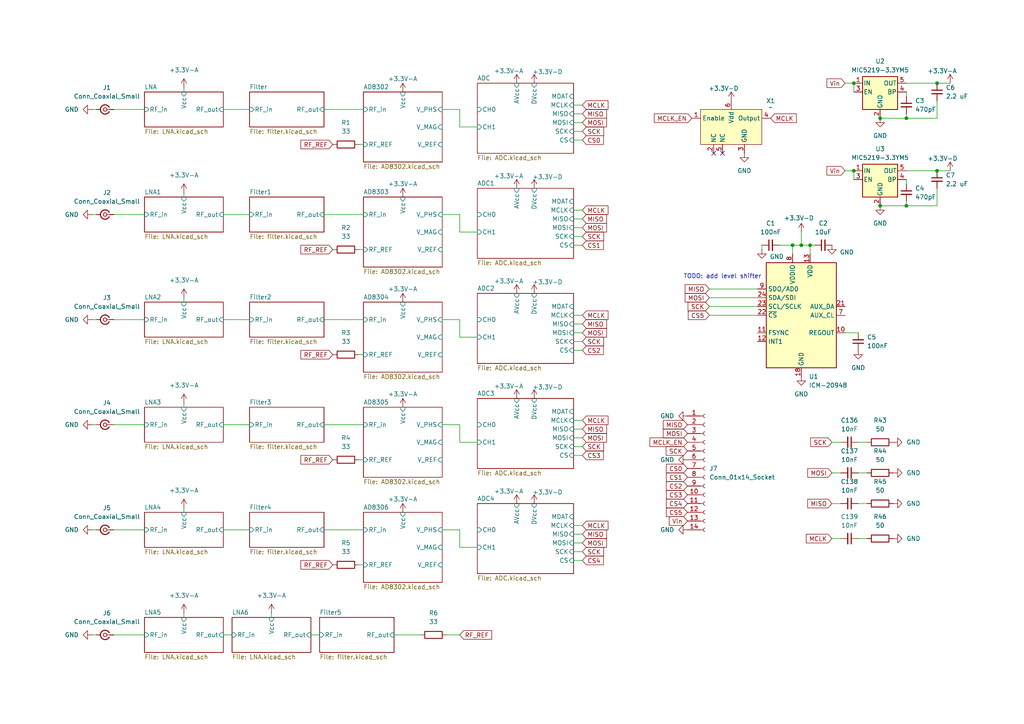
<source format=kicad_sch>
(kicad_sch (version 20231120) (generator "eeschema") (generator_version "8.0")
  (paper "A4")
  (lib_symbols
    (symbol "Connector:Conn_01x14_Socket" (pin_names (offset 1.016) hide)
      (property "Reference" "J" (at 0 17.78 0))
      (property "Value" "Conn_01x14_Socket" (at 0 -20.32 0))
      (symbol "Conn_01x14_Socket_1_1"
        (pin passive line (at -5.08 15.24 0) (length 3.81) (name "Pin_1") (number "1"))
        (pin passive line (at -5.08 -7.62 0) (length 3.81) (name "Pin_10") (number "10"))
        (pin passive line (at -5.08 -10.16 0) (length 3.81) (name "Pin_11") (number "11"))
        (pin passive line (at -5.08 -12.7 0) (length 3.81) (name "Pin_12") (number "12"))
        (pin passive line (at -5.08 -15.24 0) (length 3.81) (name "Pin_13") (number "13"))
        (pin passive line (at -5.08 -17.78 0) (length 3.81) (name "Pin_14") (number "14"))
        (pin passive line (at -5.08 12.7 0) (length 3.81) (name "Pin_2") (number "2"))
        (pin passive line (at -5.08 10.16 0) (length 3.81) (name "Pin_3") (number "3"))
        (pin passive line (at -5.08 7.62 0) (length 3.81) (name "Pin_4") (number "4"))
        (pin passive line (at -5.08 5.08 0) (length 3.81) (name "Pin_5") (number "5"))
        (pin passive line (at -5.08 2.54 0) (length 3.81) (name "Pin_6") (number "6"))
        (pin passive line (at -5.08 0 0) (length 3.81) (name "Pin_7") (number "7"))
        (pin passive line (at -5.08 -2.54 0) (length 3.81) (name "Pin_8") (number "8"))
        (pin passive line (at -5.08 -5.08 0) (length 3.81) (name "Pin_9") (number "9"))
      )
    )
    (symbol "Connector:Conn_Coaxial_Small" (pin_numbers hide) (pin_names (offset 1.016) hide)
      (property "Reference" "J" (at 0.254 3.048 0))
      (property "Value" "Conn_Coaxial_Small" (at 0 -3.81 0))
      (symbol "Conn_Coaxial_Small_1_1"
        (pin passive line (at -2.54 0 0) (length 1.27) (name "In") (number "1"))
        (pin passive line (at 2.54 0 180) (length 1.27) (name "Ext") (number "2"))
      )
    )
    (symbol "Device:C_Small" (pin_numbers hide) (pin_names (offset 0.254) hide)
      (property "Reference" "C" (at 0.254 1.778 0))
      (property "Value" "C_Small" (at 0.254 -2.032 0))
      (symbol "C_Small_1_1"
        (pin passive line (at 0 2.54 270) (length 2.032) (name "~") (number "1"))
        (pin passive line (at 0 -2.54 90) (length 2.032) (name "~") (number "2"))
      )
    )
    (symbol "Device:R" (pin_numbers hide) (pin_names (offset 0))
      (property "Reference" "R" (at 2.032 0 90))
      (property "Value" "R" (at 0 0 90))
      (symbol "R_1_1"
        (pin passive line (at 0 3.81 270) (length 1.27) (name "~") (number "1"))
        (pin passive line (at 0 -3.81 90) (length 1.27) (name "~") (number "2"))
      )
    )
    (symbol "Regulator_Linear:MIC5219-3.3YM5" (pin_names (offset 0.254))
      (property "Reference" "U" (at -3.81 5.715 0))
      (property "Value" "MIC5219-3.3YM5" (at 0 5.715 0))
      (symbol "MIC5219-3.3YM5_1_1"
        (pin power_in line (at -7.62 2.54 0) (length 2.54) (name "IN") (number "1"))
        (pin power_in line (at 0 -7.62 90) (length 2.54) (name "GND") (number "2"))
        (pin input line (at -7.62 0 0) (length 2.54) (name "EN") (number "3"))
        (pin input line (at 7.62 0 180) (length 2.54) (name "BP") (number "4"))
        (pin power_out line (at 7.62 2.54 180) (length 2.54) (name "OUT") (number "5"))
      )
    )
    (symbol "Sensor_Motion:ICM-20948"
      (property "Reference" "U" (at -11.43 16.51 0))
      (property "Value" "ICM-20948" (at 7.62 -16.51 0))
      (symbol "ICM-20948_1_1"
        (pin no_connect line (at -10.16 12.7 0) (length 2.54) hide (name "NC") (number "1"))
        (pin passive line (at 12.7 -5.08 180) (length 2.54) (name "REGOUT") (number "10"))
        (pin input line (at -12.7 -5.08 0) (length 2.54) (name "FSYNC") (number "11"))
        (pin output line (at -12.7 -7.62 0) (length 2.54) (name "INT1") (number "12"))
        (pin power_in line (at 2.54 17.78 270) (length 2.54) (name "VDD") (number "13"))
        (pin no_connect line (at 10.16 7.62 180) (length 2.54) hide (name "NC") (number "14"))
        (pin no_connect line (at 10.16 5.08 180) (length 2.54) hide (name "NC") (number "15"))
        (pin no_connect line (at 10.16 -7.62 180) (length 2.54) hide (name "NC") (number "16"))
        (pin no_connect line (at 10.16 -10.16 180) (length 2.54) hide (name "NC") (number "17"))
        (pin power_in line (at 0 -17.78 90) (length 2.54) (name "GND") (number "18"))
        (pin no_connect line (at 10.16 -12.7 180) (length 2.54) hide (name "RESV") (number "19"))
        (pin no_connect line (at -10.16 10.16 0) (length 2.54) hide (name "NC") (number "2"))
        (pin passive line (at 0 -17.78 90) (length 2.54) hide (name "GND") (number "20"))
        (pin bidirectional line (at 12.7 2.54 180) (length 2.54) (name "AUX_DA") (number "21"))
        (pin input line (at -12.7 0 0) (length 2.54) (name "~{CS}") (number "22"))
        (pin input line (at -12.7 2.54 0) (length 2.54) (name "SCL/SCLK") (number "23"))
        (pin bidirectional line (at -12.7 5.08 0) (length 2.54) (name "SDA/SDI") (number "24"))
        (pin no_connect line (at -10.16 -2.54 0) (length 2.54) hide (name "NC") (number "3"))
        (pin no_connect line (at -10.16 -10.16 0) (length 2.54) hide (name "NC") (number "4"))
        (pin no_connect line (at -10.16 -12.7 0) (length 2.54) hide (name "NC") (number "5"))
        (pin no_connect line (at 10.16 10.16 180) (length 2.54) hide (name "NC") (number "6"))
        (pin output line (at 12.7 0 180) (length 2.54) (name "AUX_CL") (number "7"))
        (pin power_in line (at -2.54 17.78 270) (length 2.54) (name "VDDIO") (number "8"))
        (pin bidirectional line (at -12.7 7.62 0) (length 2.54) (name "SDO/AD0") (number "9"))
      )
    )
    (symbol "phase-detector:DSC1121"
      (property "Reference" "X" (at -6.858 6.096 0))
      (symbol "DSC1121_1_1"
        (pin input line (at -11.43 2.54 0) (length 2.54) (name "Enable") (number "1"))
        (pin input line (at -5.08 -7.62 90) (length 2.54) (name "NC") (number "2"))
        (pin input line (at 3.81 -7.62 90) (length 2.54) (name "GND") (number "3"))
        (pin input line (at 11.43 2.54 180) (length 2.54) (name "Output") (number "4"))
        (pin input line (at -2.54 -7.62 90) (length 2.54) (name "NC") (number "5"))
        (pin input line (at 0 7.62 270) (length 2.54) (name "Vdd") (number "6"))
      )
    )
    (symbol "power:+3.3V" (power) (pin_numbers hide) (pin_names (offset 0) hide)
      (property "Value" "+3.3V" (at 0 3.556 0))
      (symbol "+3.3V_1_1"
        (pin power_in line (at 0 0 90) (length 0) (name "~") (number "1"))
      )
    )
    (symbol "power:GND" (power) (pin_numbers hide) (pin_names (offset 0) hide)
      (property "Value" "GND" (at 0 -3.81 0))
      (symbol "GND_1_1"
        (pin power_in line (at 0 0 270) (length 0) (name "~") (number "1"))
      )
    )
  )
  (junction (at 247.65 49.53))
  (junction (at 262.89 59.69))
  (junction (at 271.78 49.53))
  (junction (at 262.89 34.29))
  (junction (at 232.41 71.12))
  (junction (at 247.65 24.13))
  (junction (at 234.95 71.12))
  (junction (at 255.27 34.29))
  (junction (at 229.87 71.12))
  (junction (at 255.27 59.69))
  (junction (at 271.78 24.13))
  (no_connect (at 207.01 44.45))
  (no_connect (at 209.55 44.45))
  (wire (pts (xy 64.77 184.15) (xy 67.31 184.15)))
  (wire (pts (xy 33.02 153.67) (xy 41.91 153.67)))
  (wire (pts (xy 64.77 31.75) (xy 72.39 31.75)))
  (wire (pts (xy 93.98 153.67) (xy 105.41 153.67)))
  (wire (pts (xy 133.35 62.23) (xy 133.35 67.31)))
  (wire (pts (xy 248.92 96.52) (xy 245.11 96.52)))
  (wire (pts (xy 166.37 60.96) (xy 168.91 60.96)))
  (wire (pts (xy 93.98 92.71) (xy 105.41 92.71)))
  (wire (pts (xy 133.35 153.67) (xy 133.35 158.75)))
  (wire (pts (xy 166.37 152.4) (xy 168.91 152.4)))
  (wire (pts (xy 128.27 31.75) (xy 133.35 31.75)))
  (wire (pts (xy 133.35 128.27) (xy 138.43 128.27)))
  (wire (pts (xy 168.91 63.5) (xy 166.37 63.5)))
  (wire (pts (xy 27.94 62.23) (xy 26.67 62.23)))
  (wire (pts (xy 33.02 123.19) (xy 41.91 123.19)))
  (wire (pts (xy 33.02 184.15) (xy 41.91 184.15)))
  (wire (pts (xy 133.35 67.31) (xy 138.43 67.31)))
  (wire (pts (xy 168.91 40.64) (xy 166.37 40.64)))
  (wire (pts (xy 53.34 177.8) (xy 53.34 179.07)))
  (wire (pts (xy 168.91 96.52) (xy 166.37 96.52)))
  (wire (pts (xy 53.34 55.88) (xy 53.34 57.15)))
  (wire (pts (xy 168.91 154.94) (xy 166.37 154.94)))
  (wire (pts (xy 104.14 133.35) (xy 105.41 133.35)))
  (wire (pts (xy 166.37 101.6) (xy 168.91 101.6)))
  (wire (pts (xy 243.84 128.27) (xy 241.3 128.27)))
  (wire (pts (xy 205.74 86.36) (xy 219.71 86.36)))
  (wire (pts (xy 275.59 49.53) (xy 271.78 49.53)))
  (wire (pts (xy 262.89 49.53) (xy 271.78 49.53)))
  (wire (pts (xy 248.92 146.05) (xy 251.46 146.05)))
  (wire (pts (xy 255.27 34.29) (xy 262.89 34.29)))
  (wire (pts (xy 93.98 62.23) (xy 105.41 62.23)))
  (wire (pts (xy 93.98 123.19) (xy 105.41 123.19)))
  (wire (pts (xy 248.92 137.16) (xy 251.46 137.16)))
  (wire (pts (xy 243.84 137.16) (xy 241.3 137.16)))
  (wire (pts (xy 53.34 25.4) (xy 53.34 26.67)))
  (wire (pts (xy 271.78 54.61) (xy 271.78 59.69)))
  (wire (pts (xy 133.35 36.83) (xy 138.43 36.83)))
  (wire (pts (xy 243.84 156.21) (xy 241.3 156.21)))
  (wire (pts (xy 133.35 184.15) (xy 129.54 184.15)))
  (wire (pts (xy 168.91 38.1) (xy 166.37 38.1)))
  (wire (pts (xy 93.98 31.75) (xy 105.41 31.75)))
  (wire (pts (xy 168.91 129.54) (xy 166.37 129.54)))
  (wire (pts (xy 168.91 127) (xy 166.37 127)))
  (wire (pts (xy 53.34 86.36) (xy 53.34 87.63)))
  (wire (pts (xy 33.02 62.23) (xy 41.91 62.23)))
  (wire (pts (xy 128.27 92.71) (xy 133.35 92.71)))
  (wire (pts (xy 205.74 83.82) (xy 219.71 83.82)))
  (wire (pts (xy 27.94 123.19) (xy 26.67 123.19)))
  (wire (pts (xy 245.11 24.13) (xy 247.65 24.13)))
  (wire (pts (xy 33.02 92.71) (xy 41.91 92.71)))
  (wire (pts (xy 248.92 156.21) (xy 251.46 156.21)))
  (wire (pts (xy 245.11 49.53) (xy 247.65 49.53)))
  (wire (pts (xy 262.89 27.94) (xy 262.89 26.67)))
  (wire (pts (xy 53.34 116.84) (xy 53.34 118.11)))
  (wire (pts (xy 262.89 33.02) (xy 262.89 34.29)))
  (wire (pts (xy 271.78 29.21) (xy 271.78 34.29)))
  (wire (pts (xy 262.89 58.42) (xy 262.89 59.69)))
  (wire (pts (xy 168.91 93.98) (xy 166.37 93.98)))
  (wire (pts (xy 104.14 72.39) (xy 105.41 72.39)))
  (wire (pts (xy 168.91 99.06) (xy 166.37 99.06)))
  (wire (pts (xy 104.14 41.91) (xy 105.41 41.91)))
  (wire (pts (xy 166.37 30.48) (xy 168.91 30.48)))
  (wire (pts (xy 53.34 147.32) (xy 53.34 148.59)))
  (wire (pts (xy 168.91 157.48) (xy 166.37 157.48)))
  (wire (pts (xy 166.37 71.12) (xy 168.91 71.12)))
  (wire (pts (xy 243.84 146.05) (xy 241.3 146.05)))
  (wire (pts (xy 78.74 177.8) (xy 78.74 179.07)))
  (wire (pts (xy 128.27 153.67) (xy 133.35 153.67)))
  (wire (pts (xy 168.91 33.02) (xy 166.37 33.02)))
  (wire (pts (xy 271.78 34.29) (xy 262.89 34.29)))
  (wire (pts (xy 166.37 132.08) (xy 168.91 132.08)))
  (wire (pts (xy 168.91 66.04) (xy 166.37 66.04)))
  (wire (pts (xy 104.14 102.87) (xy 105.41 102.87)))
  (wire (pts (xy 64.77 153.67) (xy 72.39 153.67)))
  (wire (pts (xy 166.37 162.56) (xy 168.91 162.56)))
  (wire (pts (xy 168.91 160.02) (xy 166.37 160.02)))
  (wire (pts (xy 90.17 184.15) (xy 92.71 184.15)))
  (wire (pts (xy 27.94 184.15) (xy 26.67 184.15)))
  (wire (pts (xy 168.91 68.58) (xy 166.37 68.58)))
  (wire (pts (xy 248.92 128.27) (xy 251.46 128.27)))
  (wire (pts (xy 205.74 91.44) (xy 219.71 91.44)))
  (wire (pts (xy 104.14 163.83) (xy 105.41 163.83)))
  (wire (pts (xy 255.27 59.69) (xy 262.89 59.69)))
  (wire (pts (xy 168.91 35.56) (xy 166.37 35.56)))
  (wire (pts (xy 247.65 24.13) (xy 247.65 26.67)))
  (wire (pts (xy 33.02 31.75) (xy 41.91 31.75)))
  (wire (pts (xy 128.27 62.23) (xy 133.35 62.23)))
  (wire (pts (xy 166.37 91.44) (xy 168.91 91.44)))
  (wire (pts (xy 133.35 97.79) (xy 138.43 97.79)))
  (wire (pts (xy 229.87 71.12) (xy 229.87 73.66)))
  (wire (pts (xy 275.59 24.13) (xy 271.78 24.13)))
  (wire (pts (xy 27.94 31.75) (xy 26.67 31.75)))
  (wire (pts (xy 232.41 67.31) (xy 232.41 71.12)))
  (wire (pts (xy 271.78 59.69) (xy 262.89 59.69)))
  (wire (pts (xy 133.35 92.71) (xy 133.35 97.79)))
  (wire (pts (xy 121.92 184.15) (xy 114.3 184.15)))
  (wire (pts (xy 168.91 124.46) (xy 166.37 124.46)))
  (wire (pts (xy 64.77 62.23) (xy 72.39 62.23)))
  (wire (pts (xy 64.77 92.71) (xy 72.39 92.71)))
  (wire (pts (xy 205.74 88.9) (xy 219.71 88.9)))
  (wire (pts (xy 234.95 71.12) (xy 234.95 73.66)))
  (wire (pts (xy 133.35 123.19) (xy 133.35 128.27)))
  (wire (pts (xy 128.27 123.19) (xy 133.35 123.19)))
  (wire (pts (xy 236.22 71.12) (xy 234.95 71.12)))
  (wire (pts (xy 226.06 71.12) (xy 229.87 71.12)))
  (wire (pts (xy 229.87 71.12) (xy 232.41 71.12)))
  (wire (pts (xy 262.89 53.34) (xy 262.89 52.07)))
  (wire (pts (xy 247.65 49.53) (xy 247.65 52.07)))
  (wire (pts (xy 27.94 153.67) (xy 26.67 153.67)))
  (wire (pts (xy 133.35 31.75) (xy 133.35 36.83)))
  (wire (pts (xy 64.77 123.19) (xy 72.39 123.19)))
  (wire (pts (xy 166.37 121.92) (xy 168.91 121.92)))
  (wire (pts (xy 27.94 92.71) (xy 26.67 92.71)))
  (wire (pts (xy 262.89 24.13) (xy 271.78 24.13)))
  (wire (pts (xy 232.41 71.12) (xy 234.95 71.12)))
  (wire (pts (xy 133.35 158.75) (xy 138.43 158.75)))
  (wire (pts (xy 220.98 72.39) (xy 220.98 71.12)))
  (text "TODO: add level shifter\n" (at 209.55 80.264 0) (effects (font (size 1.27 1.27))))
  (global_label "MOSI" (shape input) (at 168.91 157.48 0) (property "Intersheetrefs" "${INTERSHEET_REFS}" (effects (hide yes))))
  (global_label "SCK" (shape input) (at 199.39 130.81 180) (property "Intersheetrefs" "${INTERSHEET_REFS}" (effects (hide yes))))
  (global_label "RF_REF" (shape input) (at 133.35 184.15 0) (property "Intersheetrefs" "${INTERSHEET_REFS}" (effects (hide yes))))
  (global_label "RF_REF" (shape input) (at 96.52 133.35 180) (property "Intersheetrefs" "${INTERSHEET_REFS}" (effects (hide yes))))
  (global_label "SCK" (shape input) (at 168.91 99.06 0) (property "Intersheetrefs" "${INTERSHEET_REFS}" (effects (hide yes))))
  (global_label "RF_REF" (shape input) (at 96.52 163.83 180) (property "Intersheetrefs" "${INTERSHEET_REFS}" (effects (hide yes))))
  (global_label "CS3" (shape input) (at 199.39 143.51 180) (property "Intersheetrefs" "${INTERSHEET_REFS}" (effects (hide yes))))
  (global_label "CS1" (shape input) (at 199.39 138.43 180) (property "Intersheetrefs" "${INTERSHEET_REFS}" (effects (hide yes))))
  (global_label "MOSI" (shape input) (at 199.39 125.73 180) (property "Intersheetrefs" "${INTERSHEET_REFS}" (effects (hide yes))))
  (global_label "SCK" (shape input) (at 168.91 38.1 0) (property "Intersheetrefs" "${INTERSHEET_REFS}" (effects (hide yes))))
  (global_label "MISO" (shape input) (at 168.91 154.94 0) (property "Intersheetrefs" "${INTERSHEET_REFS}" (effects (hide yes))))
  (global_label "RF_REF" (shape input) (at 96.52 72.39 180) (property "Intersheetrefs" "${INTERSHEET_REFS}" (effects (hide yes))))
  (global_label "MOSI" (shape input) (at 168.91 35.56 0) (property "Intersheetrefs" "${INTERSHEET_REFS}" (effects (hide yes))))
  (global_label "MISO" (shape input) (at 168.91 63.5 0) (property "Intersheetrefs" "${INTERSHEET_REFS}" (effects (hide yes))))
  (global_label "CS2" (shape input) (at 168.91 101.6 0) (property "Intersheetrefs" "${INTERSHEET_REFS}" (effects (hide yes))))
  (global_label "SCK" (shape input) (at 168.91 160.02 0) (property "Intersheetrefs" "${INTERSHEET_REFS}" (effects (hide yes))))
  (global_label "MOSI" (shape input) (at 168.91 96.52 0) (property "Intersheetrefs" "${INTERSHEET_REFS}" (effects (hide yes))))
  (global_label "MOSI" (shape input) (at 241.3 137.16 180) (property "Intersheetrefs" "${INTERSHEET_REFS}" (effects (hide yes))))
  (global_label "CS3" (shape input) (at 168.91 132.08 0) (property "Intersheetrefs" "${INTERSHEET_REFS}" (effects (hide yes))))
  (global_label "MCLK" (shape input) (at 168.91 152.4 0) (property "Intersheetrefs" "${INTERSHEET_REFS}" (effects (hide yes))))
  (global_label "MCLK_EN" (shape input) (at 200.66 34.29 180) (property "Intersheetrefs" "${INTERSHEET_REFS}" (effects (hide yes))))
  (global_label "CS0" (shape input) (at 168.91 40.64 0) (property "Intersheetrefs" "${INTERSHEET_REFS}" (effects (hide yes))))
  (global_label "CS1" (shape input) (at 168.91 71.12 0) (property "Intersheetrefs" "${INTERSHEET_REFS}" (effects (hide yes))))
  (global_label "RF_REF" (shape input) (at 96.52 41.91 180) (property "Intersheetrefs" "${INTERSHEET_REFS}" (effects (hide yes))))
  (global_label "MCLK" (shape input) (at 241.3 156.21 180) (property "Intersheetrefs" "${INTERSHEET_REFS}" (effects (hide yes))))
  (global_label "Vin" (shape input) (at 245.11 49.53 180) (property "Intersheetrefs" "${INTERSHEET_REFS}" (effects (hide yes))))
  (global_label "CS4" (shape input) (at 168.91 162.56 0) (property "Intersheetrefs" "${INTERSHEET_REFS}" (effects (hide yes))))
  (global_label "SCK" (shape input) (at 168.91 68.58 0) (property "Intersheetrefs" "${INTERSHEET_REFS}" (effects (hide yes))))
  (global_label "MCLK" (shape input) (at 168.91 91.44 0) (property "Intersheetrefs" "${INTERSHEET_REFS}" (effects (hide yes))))
  (global_label "MCLK_EN" (shape input) (at 199.39 128.27 180) (property "Intersheetrefs" "${INTERSHEET_REFS}" (effects (hide yes))))
  (global_label "MISO" (shape input) (at 205.74 83.82 180) (property "Intersheetrefs" "${INTERSHEET_REFS}" (effects (hide yes))))
  (global_label "SCK" (shape input) (at 205.74 88.9 180) (property "Intersheetrefs" "${INTERSHEET_REFS}" (effects (hide yes))))
  (global_label "MOSI" (shape input) (at 168.91 127 0) (property "Intersheetrefs" "${INTERSHEET_REFS}" (effects (hide yes))))
  (global_label "CS4" (shape input) (at 199.39 146.05 180) (property "Intersheetrefs" "${INTERSHEET_REFS}" (effects (hide yes))))
  (global_label "Vin" (shape input) (at 245.11 24.13 180) (property "Intersheetrefs" "${INTERSHEET_REFS}" (effects (hide yes))))
  (global_label "CS5" (shape input) (at 205.74 91.44 180) (property "Intersheetrefs" "${INTERSHEET_REFS}" (effects (hide yes))))
  (global_label "CS5" (shape input) (at 199.39 148.59 180) (property "Intersheetrefs" "${INTERSHEET_REFS}" (effects (hide yes))))
  (global_label "MCLK" (shape input) (at 168.91 30.48 0) (property "Intersheetrefs" "${INTERSHEET_REFS}" (effects (hide yes))))
  (global_label "CS0" (shape input) (at 199.39 135.89 180) (property "Intersheetrefs" "${INTERSHEET_REFS}" (effects (hide yes))))
  (global_label "MISO" (shape input) (at 168.91 93.98 0) (property "Intersheetrefs" "${INTERSHEET_REFS}" (effects (hide yes))))
  (global_label "CS2" (shape input) (at 199.39 140.97 180) (property "Intersheetrefs" "${INTERSHEET_REFS}" (effects (hide yes))))
  (global_label "MOSI" (shape input) (at 205.74 86.36 180) (property "Intersheetrefs" "${INTERSHEET_REFS}" (effects (hide yes))))
  (global_label "MISO" (shape input) (at 199.39 123.19 180) (property "Intersheetrefs" "${INTERSHEET_REFS}" (effects (hide yes))))
  (global_label "Vin" (shape input) (at 199.39 151.13 180) (property "Intersheetrefs" "${INTERSHEET_REFS}" (effects (hide yes))))
  (global_label "MISO" (shape input) (at 241.3 146.05 180) (property "Intersheetrefs" "${INTERSHEET_REFS}" (effects (hide yes))))
  (global_label "MCLK" (shape input) (at 168.91 60.96 0) (property "Intersheetrefs" "${INTERSHEET_REFS}" (effects (hide yes))))
  (global_label "MISO" (shape input) (at 168.91 124.46 0) (property "Intersheetrefs" "${INTERSHEET_REFS}" (effects (hide yes))))
  (global_label "MCLK" (shape input) (at 223.52 34.29 0) (property "Intersheetrefs" "${INTERSHEET_REFS}" (effects (hide yes))))
  (global_label "MISO" (shape input) (at 168.91 33.02 0) (property "Intersheetrefs" "${INTERSHEET_REFS}" (effects (hide yes))))
  (global_label "RF_REF" (shape input) (at 96.52 102.87 180) (property "Intersheetrefs" "${INTERSHEET_REFS}" (effects (hide yes))))
  (global_label "MOSI" (shape input) (at 168.91 66.04 0) (property "Intersheetrefs" "${INTERSHEET_REFS}" (effects (hide yes))))
  (global_label "SCK" (shape input) (at 168.91 129.54 0) (property "Intersheetrefs" "${INTERSHEET_REFS}" (effects (hide yes))))
  (global_label "MCLK" (shape input) (at 168.91 121.92 0) (property "Intersheetrefs" "${INTERSHEET_REFS}" (effects (hide yes))))
  (global_label "SCK" (shape input) (at 241.3 128.27 180) (property "Intersheetrefs" "${INTERSHEET_REFS}" (effects (hide yes))))
  (symbol (lib_id "power:+3.3V") (at 149.86 115.57 0) (unit 1)
    (property "Reference" "#PWR022" (effects (hide yes)))
    (property "Value" "+3.3V-A" (at 143.256 112.014 0) (effects (justify left)))
    (property "Description" "Power symbol creates a global label with name \"+3.3V\"" (effects (hide yes)))
  )
  (symbol (lib_id "power:+3.3V") (at 78.74 177.8 0) (unit 1)
    (property "Reference" "#PWR013" (effects (hide yes)))
    (property "Value" "+3.3V-A" (at 78.74 172.72 0))
    (property "Description" "Power symbol creates a global label with name \"+3.3V\"" (effects (hide yes)))
  )
  (symbol (lib_id "power:+3.3V") (at 154.94 24.13 0) (unit 1)
    (property "Reference" "#PWR024" (effects (hide yes)))
    (property "Value" "+3.3V-D" (at 154.432 20.828 0) (effects (justify left)))
    (property "Description" "Power symbol creates a global label with name \"+3.3V\"" (effects (hide yes)))
  )
  (symbol (lib_id "power:GND") (at 26.67 62.23 270) (unit 1)
    (property "Reference" "#PWR02" (effects (hide yes)))
    (property "Value" "GND" (at 22.86 62.2299 90) (effects (justify right)))
    (property "Description" "Power symbol creates a global label with name \"GND\" , ground" (effects (hide yes)))
  )
  (symbol (lib_id "power:+3.3V") (at 116.84 148.59 0) (unit 1)
    (property "Reference" "#PWR018" (effects (hide yes)))
    (property "Value" "+3.3V-A" (at 112.522 144.78 0) (effects (justify left)))
    (property "Description" "Power symbol creates a global label with name \"+3.3V\"" (effects (hide yes)))
  )
  (symbol (lib_id "Device:R") (at 100.33 41.91 90) (unit 1)
    (property "Reference" "R1" (at 100.33 35.56 90))
    (property "Value" "33" (at 100.33 38.1 90))
    (property "Footprint" "Resistor_SMD:R_0402_1005Metric" (effects (hide yes)))
    (property "Description" "Resistor" (effects (hide yes)))
  )
  (symbol (lib_id "power:GND") (at 259.08 128.27 90) (unit 1)
    (property "Reference" "#PWR0147" (effects (hide yes)))
    (property "Value" "GND" (at 262.89 128.2699 90) (effects (justify right)))
    (property "Description" "Power symbol creates a global label with name \"GND\" , ground" (effects (hide yes)))
  )
  (symbol (lib_id "power:+3.3V") (at 53.34 116.84 0) (unit 1)
    (property "Reference" "#PWR010" (effects (hide yes)))
    (property "Value" "+3.3V-A" (at 53.34 111.76 0))
    (property "Description" "Power symbol creates a global label with name \"+3.3V\"" (effects (hide yes)))
  )
  (symbol (lib_id "Device:C_Small") (at 262.89 55.88 0) (unit 1)
    (property "Reference" "C4" (at 265.43 54.6162 0) (effects (justify left)))
    (property "Value" "470pF" (at 265.43 57.1562 0) (effects (justify left)))
    (property "Footprint" "Capacitor_SMD:C_0402_1005Metric" (effects (hide yes)))
    (property "Description" "Unpolarized capacitor, small symbol" (effects (hide yes)))
  )
  (symbol (lib_id "Connector:Conn_Coaxial_Small") (at 30.48 62.23 180) (unit 1)
    (property "Reference" "J2" (at 30.9995 55.88 0))
    (property "Value" "Conn_Coaxial_Small" (at 30.9995 58.42 0))
    (property "Footprint" "Connector_Coaxial:SMA_Amphenol_132289_EdgeMount" (effects (hide yes)))
    (property "Description" "small coaxial connector (BNC, SMA, SMB, SMC, Cinch/RCA, LEMO, ...)" (effects (hide yes)))
  )
  (symbol (lib_id "power:+3.3V") (at 116.84 26.67 0) (unit 1)
    (property "Reference" "#PWR014" (effects (hide yes)))
    (property "Value" "+3.3V-A" (at 112.522 22.86 0) (effects (justify left)))
    (property "Description" "Power symbol creates a global label with name \"+3.3V\"" (effects (hide yes)))
  )
  (symbol (lib_id "Sensor_Motion:ICM-20948") (at 232.41 91.44 0) (unit 1)
    (property "Reference" "U1" (at 234.6041 109.22 0) (effects (justify left)))
    (property "Value" "ICM-20948" (at 234.6041 111.76 0) (effects (justify left)))
    (property "Footprint" "Sensor_Motion:InvenSense_QFN-24_3x3mm_P0.4mm" (effects (hide yes)))
    (property "Datasheet" "http://www.invensense.com/wp-content/uploads/2016/06/DS-000189-ICM-20948-v1.3.pdf" (effects (hide yes)))
    (property "Description" "InvenSense 9-Axis Motion Sensor, Accelerometer, Gyroscope, Compass, I2C/SPI, QFN-24" (effects (hide yes)))
  )
  (symbol (lib_id "Connector:Conn_Coaxial_Small") (at 30.48 153.67 180) (unit 1)
    (property "Reference" "J5" (at 30.9995 147.32 0))
    (property "Value" "Conn_Coaxial_Small" (at 30.9995 149.86 0))
    (property "Footprint" "Connector_Coaxial:SMA_Amphenol_132289_EdgeMount" (effects (hide yes)))
    (property "Description" "small coaxial connector (BNC, SMA, SMB, SMC, Cinch/RCA, LEMO, ...)" (effects (hide yes)))
  )
  (symbol (lib_id "power:+3.3V") (at 154.94 85.09 0) (unit 1)
    (property "Reference" "#PWR026" (effects (hide yes)))
    (property "Value" "+3.3V-D" (at 154.432 81.788 0) (effects (justify left)))
    (property "Description" "Power symbol creates a global label with name \"+3.3V\"" (effects (hide yes)))
  )
  (symbol (lib_id "power:GND") (at 26.67 31.75 270) (unit 1)
    (property "Reference" "#PWR01" (effects (hide yes)))
    (property "Value" "GND" (at 22.86 31.7499 90) (effects (justify right)))
    (property "Description" "Power symbol creates a global label with name \"GND\" , ground" (effects (hide yes)))
  )
  (symbol (lib_id "power:+3.3V") (at 53.34 86.36 0) (unit 1)
    (property "Reference" "#PWR09" (effects (hide yes)))
    (property "Value" "+3.3V-A" (at 53.34 81.28 0))
    (property "Description" "Power symbol creates a global label with name \"+3.3V\"" (effects (hide yes)))
  )
  (symbol (lib_id "power:GND") (at 259.08 156.21 90) (unit 1)
    (property "Reference" "#PWR0154" (effects (hide yes)))
    (property "Value" "GND" (at 262.89 156.2099 90) (effects (justify right)))
    (property "Description" "Power symbol creates a global label with name \"GND\" , ground" (effects (hide yes)))
  )
  (symbol (lib_id "Device:C_Small") (at 271.78 26.67 0) (unit 1)
    (property "Reference" "C6" (at 274.32 25.4062 0) (effects (justify left)))
    (property "Value" "2.2 uF" (at 274.32 27.9462 0) (effects (justify left)))
    (property "Footprint" "Capacitor_SMD:C_0402_1005Metric" (effects (hide yes)))
    (property "Description" "Unpolarized capacitor, small symbol" (effects (hide yes)))
  )
  (symbol (lib_id "power:+3.3V") (at 116.84 118.11 0) (unit 1)
    (property "Reference" "#PWR017" (effects (hide yes)))
    (property "Value" "+3.3V-A" (at 112.522 114.3 0) (effects (justify left)))
    (property "Description" "Power symbol creates a global label with name \"+3.3V\"" (effects (hide yes)))
  )
  (symbol (lib_id "Connector:Conn_Coaxial_Small") (at 30.48 123.19 180) (unit 1)
    (property "Reference" "J4" (at 30.9995 116.84 0))
    (property "Value" "Conn_Coaxial_Small" (at 30.9995 119.38 0))
    (property "Footprint" "Connector_Coaxial:SMA_Amphenol_132289_EdgeMount" (effects (hide yes)))
    (property "Description" "small coaxial connector (BNC, SMA, SMB, SMC, Cinch/RCA, LEMO, ...)" (effects (hide yes)))
  )
  (symbol (lib_id "Device:R") (at 255.27 146.05 90) (unit 1)
    (property "Reference" "R45" (at 255.27 139.7 90))
    (property "Value" "50" (at 255.27 142.24 90))
    (property "Footprint" "Resistor_SMD:R_0402_1005Metric" (effects (hide yes)))
    (property "Description" "Resistor" (effects (hide yes)))
  )
  (symbol (lib_id "power:GND") (at 255.27 59.69 0) (unit 1)
    (property "Reference" "#PWR035" (effects (hide yes)))
    (property "Value" "GND" (at 255.27 64.77 0))
    (property "Description" "Power symbol creates a global label with name \"GND\" , ground" (effects (hide yes)))
  )
  (symbol (lib_id "Device:R") (at 255.27 128.27 90) (unit 1)
    (property "Reference" "R43" (at 255.27 121.92 90))
    (property "Value" "50" (at 255.27 124.46 90))
    (property "Footprint" "Resistor_SMD:R_0402_1005Metric" (effects (hide yes)))
    (property "Description" "Resistor" (effects (hide yes)))
  )
  (symbol (lib_id "power:+3.3V") (at 275.59 49.53 0) (unit 1)
    (property "Reference" "#PWR039" (effects (hide yes)))
    (property "Value" "+3.3V-D" (at 268.986 45.974 0) (effects (justify left)))
    (property "Description" "Power symbol creates a global label with name \"+3.3V\"" (effects (hide yes)))
  )
  (symbol (lib_id "power:GND") (at 199.39 153.67 270) (unit 1)
    (property "Reference" "#PWR0156" (effects (hide yes)))
    (property "Value" "GND" (at 195.58 153.6699 90) (effects (justify right)))
    (property "Description" "Power symbol creates a global label with name \"GND\" , ground" (effects (hide yes)))
  )
  (symbol (lib_id "power:GND") (at 220.98 72.39 0) (unit 1)
    (property "Reference" "#PWR031" (effects (hide yes)))
    (property "Value" "GND" (at 225.298 74.422 0))
    (property "Description" "Power symbol creates a global label with name \"GND\" , ground" (effects (hide yes)))
  )
  (symbol (lib_id "power:+3.3V") (at 212.09 29.21 0) (unit 1)
    (property "Reference" "#PWR029" (effects (hide yes)))
    (property "Value" "+3.3V-D" (at 205.486 25.654 0) (effects (justify left)))
    (property "Description" "Power symbol creates a global label with name \"+3.3V\"" (effects (hide yes)))
  )
  (symbol (lib_id "Connector:Conn_Coaxial_Small") (at 30.48 92.71 180) (unit 1)
    (property "Reference" "J3" (at 30.9995 86.36 0))
    (property "Value" "Conn_Coaxial_Small" (at 30.9995 88.9 0))
    (property "Footprint" "Connector_Coaxial:SMA_Amphenol_132289_EdgeMount" (effects (hide yes)))
    (property "Description" "small coaxial connector (BNC, SMA, SMB, SMC, Cinch/RCA, LEMO, ...)" (effects (hide yes)))
  )
  (symbol (lib_id "phase-detector:DSC1121") (at 212.09 36.83 0) (unit 1)
    (property "Reference" "X1" (at 223.52 29.2414 0))
    (property "Value" "~" (at 223.52 31.1465 0))
    (property "Footprint" "phase-detector:DSC1121" (effects (hide yes)))
    (property "Datasheet" "https://ww1.microchip.com/downloads/aemDocuments/documents/TCG/ProductDocuments/DataSheets/DSC1101-21-Low-Jitter-Precision-CMOS-Oscillator-DS20005613D.pdf" (effects (hide yes)))
  )
  (symbol (lib_id "power:+3.3V") (at 53.34 25.4 0) (unit 1)
    (property "Reference" "#PWR07" (effects (hide yes)))
    (property "Value" "+3.3V-A" (at 53.34 20.32 0))
    (property "Description" "Power symbol creates a global label with name \"+3.3V\"" (effects (hide yes)))
  )
  (symbol (lib_id "Device:R") (at 100.33 72.39 90) (unit 1)
    (property "Reference" "R2" (at 100.33 66.04 90))
    (property "Value" "33" (at 100.33 68.58 90))
    (property "Footprint" "Resistor_SMD:R_0402_1005Metric" (effects (hide yes)))
    (property "Description" "Resistor" (effects (hide yes)))
  )
  (symbol (lib_id "Device:C_Small") (at 271.78 52.07 0) (unit 1)
    (property "Reference" "C7" (at 274.32 50.8062 0) (effects (justify left)))
    (property "Value" "2.2 uF" (at 274.32 53.3462 0) (effects (justify left)))
    (property "Footprint" "Capacitor_SMD:C_0402_1005Metric" (effects (hide yes)))
    (property "Description" "Unpolarized capacitor, small symbol" (effects (hide yes)))
  )
  (symbol (lib_id "power:+3.3V") (at 154.94 146.05 0) (unit 1)
    (property "Reference" "#PWR028" (effects (hide yes)))
    (property "Value" "+3.3V-D" (at 154.432 142.748 0) (effects (justify left)))
    (property "Description" "Power symbol creates a global label with name \"+3.3V\"" (effects (hide yes)))
  )
  (symbol (lib_id "Regulator_Linear:MIC5219-3.3YM5") (at 255.27 26.67 0) (unit 1)
    (property "Reference" "U2" (at 255.27 17.78 0))
    (property "Value" "MIC5219-3.3YM5" (at 255.27 20.32 0))
    (property "Footprint" "Package_TO_SOT_SMD:SOT-23-5" (effects (hide yes)))
    (property "Datasheet" "http://ww1.microchip.com/downloads/en/DeviceDoc/MIC5219-500mA-Peak-Output-LDO-Regulator-DS20006021A.pdf" (effects (hide yes)))
    (property "Description" "500mA low dropout linear regulator, fixed 3.3V output, SOT-23-5" (effects (hide yes)))
  )
  (symbol (lib_id "power:GND") (at 255.27 34.29 0) (unit 1)
    (property "Reference" "#PWR034" (effects (hide yes)))
    (property "Value" "GND" (at 255.27 39.37 0))
    (property "Description" "Power symbol creates a global label with name \"GND\" , ground" (effects (hide yes)))
  )
  (symbol (lib_id "power:GND") (at 26.67 92.71 270) (unit 1)
    (property "Reference" "#PWR03" (effects (hide yes)))
    (property "Value" "GND" (at 22.86 92.7099 90) (effects (justify right)))
    (property "Description" "Power symbol creates a global label with name \"GND\" , ground" (effects (hide yes)))
  )
  (symbol (lib_id "power:+3.3V") (at 149.86 146.05 0) (unit 1)
    (property "Reference" "#PWR023" (effects (hide yes)))
    (property "Value" "+3.3V-A" (at 143.256 142.494 0) (effects (justify left)))
    (property "Description" "Power symbol creates a global label with name \"+3.3V\"" (effects (hide yes)))
  )
  (symbol (lib_id "power:GND") (at 241.3 71.12 0) (unit 1)
    (property "Reference" "#PWR036" (effects (hide yes)))
    (property "Value" "GND" (at 245.618 73.152 0))
    (property "Description" "Power symbol creates a global label with name \"GND\" , ground" (effects (hide yes)))
  )
  (symbol (lib_id "power:+3.3V") (at 53.34 55.88 0) (unit 1)
    (property "Reference" "#PWR08" (effects (hide yes)))
    (property "Value" "+3.3V-A" (at 53.34 50.8 0))
    (property "Description" "Power symbol creates a global label with name \"+3.3V\"" (effects (hide yes)))
  )
  (symbol (lib_id "Device:R") (at 100.33 133.35 90) (unit 1)
    (property "Reference" "R4" (at 100.33 127 90))
    (property "Value" "33" (at 100.33 129.54 90))
    (property "Footprint" "Resistor_SMD:R_0402_1005Metric" (effects (hide yes)))
    (property "Description" "Resistor" (effects (hide yes)))
  )
  (symbol (lib_id "Device:R") (at 100.33 102.87 90) (unit 1)
    (property "Reference" "R3" (at 100.33 96.52 90))
    (property "Value" "33" (at 100.33 99.06 90))
    (property "Footprint" "Resistor_SMD:R_0402_1005Metric" (effects (hide yes)))
    (property "Description" "Resistor" (effects (hide yes)))
  )
  (symbol (lib_id "power:+3.3V") (at 53.34 177.8 0) (unit 1)
    (property "Reference" "#PWR012" (effects (hide yes)))
    (property "Value" "+3.3V-A" (at 53.34 172.72 0))
    (property "Description" "Power symbol creates a global label with name \"+3.3V\"" (effects (hide yes)))
  )
  (symbol (lib_id "Connector:Conn_Coaxial_Small") (at 30.48 31.75 180) (unit 1)
    (property "Reference" "J1" (at 30.9995 25.4 0))
    (property "Value" "Conn_Coaxial_Small" (at 30.9995 27.94 0))
    (property "Footprint" "Connector_Coaxial:SMA_Amphenol_132289_EdgeMount" (effects (hide yes)))
    (property "Description" "small coaxial connector (BNC, SMA, SMB, SMC, Cinch/RCA, LEMO, ...)" (effects (hide yes)))
  )
  (symbol (lib_id "Device:R") (at 255.27 137.16 90) (unit 1)
    (property "Reference" "R44" (at 255.27 130.81 90))
    (property "Value" "50" (at 255.27 133.35 90))
    (property "Footprint" "Resistor_SMD:R_0402_1005Metric" (effects (hide yes)))
    (property "Description" "Resistor" (effects (hide yes)))
  )
  (symbol (lib_id "Device:C_Small") (at 246.38 146.05 270) (unit 1)
    (property "Reference" "C138" (at 246.3736 139.7 90))
    (property "Value" "10nF" (at 246.3736 142.24 90))
    (property "Footprint" "Capacitor_SMD:C_0402_1005Metric" (effects (hide yes)))
    (property "Description" "Unpolarized capacitor, small symbol" (effects (hide yes)))
  )
  (symbol (lib_id "power:+3.3V") (at 149.86 85.09 0) (unit 1)
    (property "Reference" "#PWR021" (effects (hide yes)))
    (property "Value" "+3.3V-A" (at 143.256 81.534 0) (effects (justify left)))
    (property "Description" "Power symbol creates a global label with name \"+3.3V\"" (effects (hide yes)))
  )
  (symbol (lib_id "Connector:Conn_01x14_Socket") (at 204.47 135.89 0) (unit 1)
    (property "Reference" "J7" (at 205.74 135.8899 0) (effects (justify left)))
    (property "Value" "Conn_01x14_Socket" (at 205.74 138.4299 0) (effects (justify left)))
    (property "Footprint" "Connector_JST:JST_PHD_B14B-PHDSS_2x07_P2.00mm_Vertical" (effects (hide yes)))
    (property "Description" "Generic connector, single row, 01x14, script generated" (effects (hide yes)))
  )
  (symbol (lib_id "power:+3.3V") (at 116.84 57.15 0) (unit 1)
    (property "Reference" "#PWR015" (effects (hide yes)))
    (property "Value" "+3.3V-A" (at 112.522 53.34 0) (effects (justify left)))
    (property "Description" "Power symbol creates a global label with name \"+3.3V\"" (effects (hide yes)))
  )
  (symbol (lib_id "power:GND") (at 232.41 109.22 0) (unit 1)
    (property "Reference" "#PWR033" (effects (hide yes)))
    (property "Value" "GND" (at 232.41 114.3 0))
    (property "Description" "Power symbol creates a global label with name \"GND\" , ground" (effects (hide yes)))
  )
  (symbol (lib_id "power:GND") (at 26.67 123.19 270) (unit 1)
    (property "Reference" "#PWR04" (effects (hide yes)))
    (property "Value" "GND" (at 22.86 123.1899 90) (effects (justify right)))
    (property "Description" "Power symbol creates a global label with name \"GND\" , ground" (effects (hide yes)))
  )
  (symbol (lib_id "power:+3.3V") (at 154.94 54.61 0) (unit 1)
    (property "Reference" "#PWR025" (effects (hide yes)))
    (property "Value" "+3.3V-D" (at 154.432 51.308 0) (effects (justify left)))
    (property "Description" "Power symbol creates a global label with name \"+3.3V\"" (effects (hide yes)))
  )
  (symbol (lib_id "power:GND") (at 215.9 44.45 0) (unit 1)
    (property "Reference" "#PWR030" (effects (hide yes)))
    (property "Value" "GND" (at 215.9 49.53 0))
    (property "Description" "Power symbol creates a global label with name \"GND\" , ground" (effects (hide yes)))
  )
  (symbol (lib_id "power:GND") (at 26.67 184.15 270) (unit 1)
    (property "Reference" "#PWR06" (effects (hide yes)))
    (property "Value" "GND" (at 22.86 184.1499 90) (effects (justify right)))
    (property "Description" "Power symbol creates a global label with name \"GND\" , ground" (effects (hide yes)))
  )
  (symbol (lib_id "Device:C_Small") (at 246.38 137.16 270) (unit 1)
    (property "Reference" "C137" (at 246.3736 130.81 90))
    (property "Value" "10nF" (at 246.3736 133.35 90))
    (property "Footprint" "Capacitor_SMD:C_0402_1005Metric" (effects (hide yes)))
    (property "Description" "Unpolarized capacitor, small symbol" (effects (hide yes)))
  )
  (symbol (lib_id "power:+3.3V") (at 53.34 147.32 0) (unit 1)
    (property "Reference" "#PWR011" (effects (hide yes)))
    (property "Value" "+3.3V-A" (at 53.34 142.24 0))
    (property "Description" "Power symbol creates a global label with name \"+3.3V\"" (effects (hide yes)))
  )
  (symbol (lib_id "power:GND") (at 259.08 137.16 90) (unit 1)
    (property "Reference" "#PWR0152" (effects (hide yes)))
    (property "Value" "GND" (at 262.89 137.1599 90) (effects (justify right)))
    (property "Description" "Power symbol creates a global label with name \"GND\" , ground" (effects (hide yes)))
  )
  (symbol (lib_id "power:GND") (at 199.39 120.65 270) (unit 1)
    (property "Reference" "#PWR0157" (effects (hide yes)))
    (property "Value" "GND" (at 195.58 120.6499 90) (effects (justify right)))
    (property "Description" "Power symbol creates a global label with name \"GND\" , ground" (effects (hide yes)))
  )
  (symbol (lib_id "power:+3.3V") (at 116.84 87.63 0) (unit 1)
    (property "Reference" "#PWR016" (effects (hide yes)))
    (property "Value" "+3.3V-A" (at 112.522 83.82 0) (effects (justify left)))
    (property "Description" "Power symbol creates a global label with name \"+3.3V\"" (effects (hide yes)))
  )
  (symbol (lib_id "power:+3.3V") (at 232.41 67.31 0) (unit 1)
    (property "Reference" "#PWR032" (effects (hide yes)))
    (property "Value" "+3.3V-D" (at 227.33 63.246 0) (effects (justify left)))
    (property "Description" "Power symbol creates a global label with name \"+3.3V\"" (effects (hide yes)))
  )
  (symbol (lib_id "power:GND") (at 199.39 133.35 270) (unit 1)
    (property "Reference" "#PWR0155" (effects (hide yes)))
    (property "Value" "GND" (at 195.58 133.3499 90) (effects (justify right)))
    (property "Description" "Power symbol creates a global label with name \"GND\" , ground" (effects (hide yes)))
  )
  (symbol (lib_id "Device:C_Small") (at 238.76 71.12 90) (unit 1)
    (property "Reference" "C2" (at 238.7663 64.77 90))
    (property "Value" "10uF" (at 238.7663 67.31 90))
    (property "Description" "Unpolarized capacitor, small symbol" (effects (hide yes)))
  )
  (symbol (lib_id "power:+3.3V") (at 149.86 24.13 0) (unit 1)
    (property "Reference" "#PWR019" (effects (hide yes)))
    (property "Value" "+3.3V-A" (at 143.256 20.574 0) (effects (justify left)))
    (property "Description" "Power symbol creates a global label with name \"+3.3V\"" (effects (hide yes)))
  )
  (symbol (lib_id "power:GND") (at 259.08 146.05 90) (unit 1)
    (property "Reference" "#PWR0153" (effects (hide yes)))
    (property "Value" "GND" (at 262.89 146.0499 90) (effects (justify right)))
    (property "Description" "Power symbol creates a global label with name \"GND\" , ground" (effects (hide yes)))
  )
  (symbol (lib_id "Connector:Conn_Coaxial_Small") (at 30.48 184.15 180) (unit 1)
    (property "Reference" "J6" (at 30.9995 177.8 0))
    (property "Value" "Conn_Coaxial_Small" (at 30.9995 180.34 0))
    (property "Footprint" "Connector_Coaxial:SMA_Amphenol_132291-12_Vertical" (effects (hide yes)))
    (property "Description" "small coaxial connector (BNC, SMA, SMB, SMC, Cinch/RCA, LEMO, ...)" (effects (hide yes)))
  )
  (symbol (lib_id "Device:R") (at 125.73 184.15 90) (unit 1)
    (property "Reference" "R6" (at 125.73 177.8 90))
    (property "Value" "33" (at 125.73 180.34 90))
    (property "Footprint" "Resistor_SMD:R_0402_1005Metric" (effects (hide yes)))
    (property "Description" "Resistor" (effects (hide yes)))
  )
  (symbol (lib_id "power:+3.3V") (at 275.59 24.13 0) (unit 1)
    (property "Reference" "#PWR038" (effects (hide yes)))
    (property "Value" "+3.3V-A" (at 268.986 20.574 0) (effects (justify left)))
    (property "Description" "Power symbol creates a global label with name \"+3.3V\"" (effects (hide yes)))
  )
  (symbol (lib_id "Device:C_Small") (at 223.52 71.12 90) (unit 1)
    (property "Reference" "C1" (at 223.5263 64.77 90))
    (property "Value" "100nF" (at 223.5263 67.31 90))
    (property "Description" "Unpolarized capacitor, small symbol" (effects (hide yes)))
  )
  (symbol (lib_id "Device:C_Small") (at 246.38 128.27 270) (unit 1)
    (property "Reference" "C136" (at 246.3736 121.92 90))
    (property "Value" "10nF" (at 246.3736 124.46 90))
    (property "Footprint" "Capacitor_SMD:C_0402_1005Metric" (effects (hide yes)))
    (property "Description" "Unpolarized capacitor, small symbol" (effects (hide yes)))
  )
  (symbol (lib_id "power:+3.3V") (at 154.94 115.57 0) (unit 1)
    (property "Reference" "#PWR027" (effects (hide yes)))
    (property "Value" "+3.3V-D" (at 154.432 112.268 0) (effects (justify left)))
    (property "Description" "Power symbol creates a global label with name \"+3.3V\"" (effects (hide yes)))
  )
  (symbol (lib_id "Regulator_Linear:MIC5219-3.3YM5") (at 255.27 52.07 0) (unit 1)
    (property "Reference" "U3" (at 255.27 43.18 0))
    (property "Value" "MIC5219-3.3YM5" (at 255.27 45.72 0))
    (property "Footprint" "Package_TO_SOT_SMD:SOT-23-5" (effects (hide yes)))
    (property "Datasheet" "http://ww1.microchip.com/downloads/en/DeviceDoc/MIC5219-500mA-Peak-Output-LDO-Regulator-DS20006021A.pdf" (effects (hide yes)))
    (property "Description" "500mA low dropout linear regulator, fixed 3.3V output, SOT-23-5" (effects (hide yes)))
  )
  (symbol (lib_id "Device:C_Small") (at 248.92 99.06 180) (unit 1)
    (property "Reference" "C5" (at 251.46 97.7835 0) (effects (justify right)))
    (property "Value" "100nF" (at 251.46 100.3235 0) (effects (justify right)))
    (property "Footprint" "Capacitor_SMD:C_0402_1005Metric" (effects (hide yes)))
    (property "Description" "Unpolarized capacitor, small symbol" (effects (hide yes)))
  )
  (symbol (lib_id "Device:R") (at 100.33 163.83 90) (unit 1)
    (property "Reference" "R5" (at 100.33 157.48 90))
    (property "Value" "33" (at 100.33 160.02 90))
    (property "Footprint" "Resistor_SMD:R_0402_1005Metric" (effects (hide yes)))
    (property "Description" "Resistor" (effects (hide yes)))
  )
  (symbol (lib_id "power:GND") (at 248.92 101.6 0) (unit 1)
    (property "Reference" "#PWR037" (effects (hide yes)))
    (property "Value" "GND" (at 248.92 106.68 0))
    (property "Description" "Power symbol creates a global label with name \"GND\" , ground" (effects (hide yes)))
  )
  (symbol (lib_id "Device:C_Small") (at 262.89 30.48 0) (unit 1)
    (property "Reference" "C3" (at 265.43 29.2162 0) (effects (justify left)))
    (property "Value" "470pF" (at 265.43 31.7562 0) (effects (justify left)))
    (property "Footprint" "Capacitor_SMD:C_0402_1005Metric" (effects (hide yes)))
    (property "Description" "Unpolarized capacitor, small symbol" (effects (hide yes)))
  )
  (symbol (lib_id "power:GND") (at 26.67 153.67 270) (unit 1)
    (property "Reference" "#PWR05" (effects (hide yes)))
    (property "Value" "GND" (at 22.86 153.6699 90) (effects (justify right)))
    (property "Description" "Power symbol creates a global label with name \"GND\" , ground" (effects (hide yes)))
  )
  (symbol (lib_id "Device:C_Small") (at 246.38 156.21 270) (unit 1)
    (property "Reference" "C139" (at 246.3736 149.86 90))
    (property "Value" "10nF" (at 246.3736 152.4 90))
    (property "Footprint" "Capacitor_SMD:C_0402_1005Metric" (effects (hide yes)))
    (property "Description" "Unpolarized capacitor, small symbol" (effects (hide yes)))
  )
  (symbol (lib_id "power:+3.3V") (at 149.86 54.61 0) (unit 1)
    (property "Reference" "#PWR020" (effects (hide yes)))
    (property "Value" "+3.3V-A" (at 143.256 51.054 0) (effects (justify left)))
    (property "Description" "Power symbol creates a global label with name \"+3.3V\"" (effects (hide yes)))
  )
  (symbol (lib_id "Device:R") (at 255.27 156.21 90) (unit 1)
    (property "Reference" "R46" (at 255.27 149.86 90))
    (property "Value" "50" (at 255.27 152.4 90))
    (property "Footprint" "Resistor_SMD:R_0402_1005Metric" (effects (hide yes)))
    (property "Description" "Resistor" (effects (hide yes)))
  )
  (sheet (at 72.39 87.63) (size 21.59 10.16) (stroke (width 0.1524))
    (property "Sheetname" "Filter2" (at 72.39 86.9184 0) (effects (justify left bottom)))
    (property "Sheetfile" "filter.kicad_sch" (at 72.39 98.3746 0) (effects (justify left top)))
    (pin "RF_in" input (at 72.39 92.71 180))
    (pin "RF_out" input (at 93.98 92.71 0))
  )
  (sheet (at 105.41 57.15) (size 22.86 20.32) (stroke (width 0.1524))
    (property "Sheetname" "AD8303" (at 105.41 56.388 0) (effects (justify left bottom)))
    (property "Sheetfile" "AD8302.kicad_sch" (at 105.41 78.0546 0) (effects (justify left top)))
    (pin "V_PHS" input (at 128.27 62.23 0))
    (pin "RF_REF" input (at 105.41 72.39 180))
    (pin "RF_in" input (at 105.41 62.23 180))
    (pin "V_REF" input (at 128.27 72.39 0))
    (pin "V_MAG" input (at 128.27 67.31 0))
    (pin "Vcc" input (at 116.84 57.15 90))
  )
  (sheet (at 105.41 26.67) (size 22.86 20.32) (stroke (width 0.1524))
    (property "Sheetname" "AD8302" (at 105.41 25.9584 0) (effects (justify left bottom)))
    (property "Sheetfile" "AD8302.kicad_sch" (at 105.41 47.5746 0) (effects (justify left top)))
    (pin "V_PHS" input (at 128.27 31.75 0))
    (pin "RF_REF" input (at 105.41 41.91 180))
    (pin "RF_in" input (at 105.41 31.75 180))
    (pin "V_REF" input (at 128.27 41.91 0))
    (pin "V_MAG" input (at 128.27 36.83 0))
    (pin "Vcc" input (at 116.84 26.67 90))
  )
  (sheet (at 92.71 179.07) (size 21.59 10.16) (stroke (width 0.1524))
    (property "Sheetname" "Filter5" (at 92.71 178.3584 0) (effects (justify left bottom)))
    (property "Sheetfile" "filter.kicad_sch" (at 92.71 189.8146 0) (effects (justify left top)))
    (pin "RF_in" input (at 92.71 184.15 180))
    (pin "RF_out" input (at 114.3 184.15 0))
  )
  (sheet (at 72.39 57.15) (size 21.59 10.16) (stroke (width 0.1524))
    (property "Sheetname" "Filter1" (at 72.39 56.4384 0) (effects (justify left bottom)))
    (property "Sheetfile" "filter.kicad_sch" (at 72.39 67.8946 0) (effects (justify left top)))
    (pin "RF_in" input (at 72.39 62.23 180))
    (pin "RF_out" input (at 93.98 62.23 0))
  )
  (sheet (at 41.91 57.15) (size 22.86 10.16) (stroke (width 0.1524))
    (property "Sheetname" "LNA1" (at 41.91 56.4384 0) (effects (justify left bottom)))
    (property "Sheetfile" "LNA.kicad_sch" (at 41.91 67.8946 0) (effects (justify left top)))
    (pin "RF_out" input (at 64.77 62.23 0))
    (pin "Vcc" input (at 53.34 57.15 90))
    (pin "RF_in" input (at 41.91 62.23 180))
  )
  (sheet (at 138.43 54.61) (size 27.94 20.32) (stroke (width 0.1524))
    (property "Sheetname" "ADC1" (at 138.43 53.8984 0) (effects (justify left bottom)))
    (property "Sheetfile" "ADC.kicad_sch" (at 138.43 75.5146 0) (effects (justify left top)))
    (pin "DVcc" input (at 154.94 54.61 90))
    (pin "AVcc" input (at 149.86 54.61 90))
    (pin "MDAT" input (at 166.37 58.42 0))
    (pin "MCLK" input (at 166.37 60.96 0))
    (pin "MISO" input (at 166.37 63.5 0))
    (pin "MOSI" input (at 166.37 66.04 0))
    (pin "SCK" input (at 166.37 68.58 0))
    (pin "CS" input (at 166.37 71.12 0))
    (pin "CH0" input (at 138.43 62.23 180))
    (pin "CH1" input (at 138.43 67.31 180))
  )
  (sheet (at 41.91 118.11) (size 22.86 10.16) (stroke (width 0.1524))
    (property "Sheetname" "LNA3" (at 41.91 117.3984 0) (effects (justify left bottom)))
    (property "Sheetfile" "LNA.kicad_sch" (at 41.91 128.8546 0) (effects (justify left top)))
    (pin "RF_out" input (at 64.77 123.19 0))
    (pin "Vcc" input (at 53.34 118.11 90))
    (pin "RF_in" input (at 41.91 123.19 180))
  )
  (sheet (at 41.91 179.07) (size 22.86 10.16) (stroke (width 0.1524))
    (property "Sheetname" "LNA5" (at 41.91 178.3584 0) (effects (justify left bottom)))
    (property "Sheetfile" "LNA.kicad_sch" (at 41.91 189.8146 0) (effects (justify left top)))
    (pin "RF_out" input (at 64.77 184.15 0))
    (pin "Vcc" input (at 53.34 179.07 90))
    (pin "RF_in" input (at 41.91 184.15 180))
  )
  (sheet (at 41.91 148.59) (size 22.86 10.16) (stroke (width 0.1524))
    (property "Sheetname" "LNA4" (at 41.91 147.8784 0) (effects (justify left bottom)))
    (property "Sheetfile" "LNA.kicad_sch" (at 41.91 159.3346 0) (effects (justify left top)))
    (pin "RF_out" input (at 64.77 153.67 0))
    (pin "Vcc" input (at 53.34 148.59 90))
    (pin "RF_in" input (at 41.91 153.67 180))
  )
  (sheet (at 138.43 115.57) (size 27.94 20.32) (stroke (width 0.1524))
    (property "Sheetname" "ADC3" (at 138.43 114.8584 0) (effects (justify left bottom)))
    (property "Sheetfile" "ADC.kicad_sch" (at 138.43 136.4746 0) (effects (justify left top)))
    (pin "DVcc" input (at 154.94 115.57 90))
    (pin "AVcc" input (at 149.86 115.57 90))
    (pin "MDAT" input (at 166.37 119.38 0))
    (pin "MCLK" input (at 166.37 121.92 0))
    (pin "MISO" input (at 166.37 124.46 0))
    (pin "MOSI" input (at 166.37 127 0))
    (pin "SCK" input (at 166.37 129.54 0))
    (pin "CS" input (at 166.37 132.08 0))
    (pin "CH0" input (at 138.43 123.19 180))
    (pin "CH1" input (at 138.43 128.27 180))
  )
  (sheet (at 138.43 24.13) (size 27.94 20.32) (stroke (width 0.1524))
    (property "Sheetname" "ADC" (at 138.43 23.4184 0) (effects (justify left bottom)))
    (property "Sheetfile" "ADC.kicad_sch" (at 138.43 45.0346 0) (effects (justify left top)))
    (pin "DVcc" input (at 154.94 24.13 90))
    (pin "AVcc" input (at 149.86 24.13 90))
    (pin "MDAT" input (at 166.37 27.94 0))
    (pin "MCLK" input (at 166.37 30.48 0))
    (pin "MISO" input (at 166.37 33.02 0))
    (pin "MOSI" input (at 166.37 35.56 0))
    (pin "SCK" input (at 166.37 38.1 0))
    (pin "CS" input (at 166.37 40.64 0))
    (pin "CH0" input (at 138.43 31.75 180))
    (pin "CH1" input (at 138.43 36.83 180))
  )
  (sheet (at 105.41 118.11) (size 22.86 20.32) (stroke (width 0.1524))
    (property "Sheetname" "AD8305" (at 105.41 117.3984 0) (effects (justify left bottom)))
    (property "Sheetfile" "AD8302.kicad_sch" (at 105.41 139.0146 0) (effects (justify left top)))
    (pin "V_PHS" input (at 128.27 123.19 0))
    (pin "RF_REF" input (at 105.41 133.35 180))
    (pin "RF_in" input (at 105.41 123.19 180))
    (pin "V_REF" input (at 128.27 133.35 0))
    (pin "V_MAG" input (at 128.27 128.27 0))
    (pin "Vcc" input (at 116.84 118.11 90))
  )
  (sheet (at 138.43 85.09) (size 27.94 20.32) (stroke (width 0.1524))
    (property "Sheetname" "ADC2" (at 138.43 84.3784 0) (effects (justify left bottom)))
    (property "Sheetfile" "ADC.kicad_sch" (at 138.43 105.9946 0) (effects (justify left top)))
    (pin "DVcc" input (at 154.94 85.09 90))
    (pin "AVcc" input (at 149.86 85.09 90))
    (pin "MDAT" input (at 166.37 88.9 0))
    (pin "MCLK" input (at 166.37 91.44 0))
    (pin "MISO" input (at 166.37 93.98 0))
    (pin "MOSI" input (at 166.37 96.52 0))
    (pin "SCK" input (at 166.37 99.06 0))
    (pin "CS" input (at 166.37 101.6 0))
    (pin "CH0" input (at 138.43 92.71 180))
    (pin "CH1" input (at 138.43 97.79 180))
  )
  (sheet (at 138.43 146.05) (size 27.94 20.32) (stroke (width 0.1524))
    (property "Sheetname" "ADC4" (at 138.43 145.3384 0) (effects (justify left bottom)))
    (property "Sheetfile" "ADC.kicad_sch" (at 138.43 166.9546 0) (effects (justify left top)))
    (pin "DVcc" input (at 154.94 146.05 90))
    (pin "AVcc" input (at 149.86 146.05 90))
    (pin "MDAT" input (at 166.37 149.86 0))
    (pin "MCLK" input (at 166.37 152.4 0))
    (pin "MISO" input (at 166.37 154.94 0))
    (pin "MOSI" input (at 166.37 157.48 0))
    (pin "SCK" input (at 166.37 160.02 0))
    (pin "CS" input (at 166.37 162.56 0))
    (pin "CH0" input (at 138.43 153.67 180))
    (pin "CH1" input (at 138.43 158.75 180))
  )
  (sheet (at 105.41 148.59) (size 22.86 20.32) (stroke (width 0.1524))
    (property "Sheetname" "AD8306" (at 105.41 147.8784 0) (effects (justify left bottom)))
    (property "Sheetfile" "AD8302.kicad_sch" (at 105.41 169.4946 0) (effects (justify left top)))
    (pin "V_PHS" input (at 128.27 153.67 0))
    (pin "RF_REF" input (at 105.41 163.83 180))
    (pin "RF_in" input (at 105.41 153.67 180))
    (pin "V_REF" input (at 128.27 163.83 0))
    (pin "V_MAG" input (at 128.27 158.75 0))
    (pin "Vcc" input (at 116.84 148.59 90))
  )
  (sheet (at 41.91 87.63) (size 22.86 10.16) (stroke (width 0.1524))
    (property "Sheetname" "LNA2" (at 41.91 86.9184 0) (effects (justify left bottom)))
    (property "Sheetfile" "LNA.kicad_sch" (at 41.91 98.3746 0) (effects (justify left top)))
    (pin "RF_out" input (at 64.77 92.71 0))
    (pin "Vcc" input (at 53.34 87.63 90))
    (pin "RF_in" input (at 41.91 92.71 180))
  )
  (sheet (at 105.41 87.63) (size 22.86 20.32) (stroke (width 0.1524))
    (property "Sheetname" "AD8304" (at 105.41 86.9184 0) (effects (justify left bottom)))
    (property "Sheetfile" "AD8302.kicad_sch" (at 105.41 108.5346 0) (effects (justify left top)))
    (pin "V_PHS" input (at 128.27 92.71 0))
    (pin "RF_REF" input (at 105.41 102.87 180))
    (pin "RF_in" input (at 105.41 92.71 180))
    (pin "V_REF" input (at 128.27 102.87 0))
    (pin "V_MAG" input (at 128.27 97.79 0))
    (pin "Vcc" input (at 116.84 87.63 90))
  )
  (sheet (at 72.39 148.59) (size 21.59 10.16) (stroke (width 0.1524))
    (property "Sheetname" "Filter4" (at 72.39 147.8784 0) (effects (justify left bottom)))
    (property "Sheetfile" "filter.kicad_sch" (at 72.39 159.3346 0) (effects (justify left top)))
    (pin "RF_in" input (at 72.39 153.67 180))
    (pin "RF_out" input (at 93.98 153.67 0))
  )
  (sheet (at 41.91 26.67) (size 22.86 10.16) (stroke (width 0.1524))
    (property "Sheetname" "LNA" (at 41.91 25.9584 0) (effects (justify left bottom)))
    (property "Sheetfile" "LNA.kicad_sch" (at 41.91 37.4146 0) (effects (justify left top)))
    (pin "RF_out" input (at 64.77 31.75 0))
    (pin "Vcc" input (at 53.34 26.67 90))
    (pin "RF_in" input (at 41.91 31.75 180))
  )
  (sheet (at 67.31 179.07) (size 22.86 10.16) (stroke (width 0.1524))
    (property "Sheetname" "LNA6" (at 67.31 178.3584 0) (effects (justify left bottom)))
    (property "Sheetfile" "LNA.kicad_sch" (at 67.31 189.8146 0) (effects (justify left top)))
    (pin "RF_out" input (at 90.17 184.15 0))
    (pin "Vcc" input (at 78.74 179.07 90))
    (pin "RF_in" input (at 67.31 184.15 180))
  )
  (sheet (at 72.39 118.11) (size 21.59 10.16) (stroke (width 0.1524))
    (property "Sheetname" "Filter3" (at 72.39 117.3984 0) (effects (justify left bottom)))
    (property "Sheetfile" "filter.kicad_sch" (at 72.39 128.8546 0) (effects (justify left top)))
    (pin "RF_in" input (at 72.39 123.19 180))
    (pin "RF_out" input (at 93.98 123.19 0))
  )
  (sheet (at 72.39 26.67) (size 21.59 10.16) (stroke (width 0.1524))
    (property "Sheetname" "Filter" (at 72.39 25.9584 0) (effects (justify left bottom)))
    (property "Sheetfile" "filter.kicad_sch" (at 72.39 37.4146 0) (effects (justify left top)))
    (pin "RF_in" input (at 72.39 31.75 180))
    (pin "RF_out" input (at 93.98 31.75 0))
  )
)
</source>
